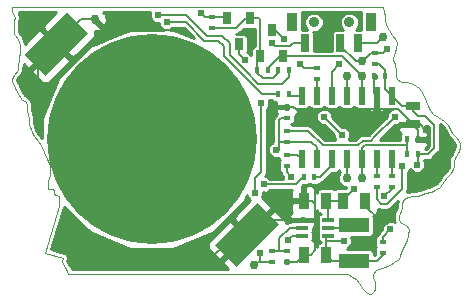
<source format=gbl>
G04 (created by PCBNEW (2013-may-18)-stable) date Mon 02 Nov 2015 08:05:35 PM CST*
%MOIN*%
G04 Gerber Fmt 3.4, Leading zero omitted, Abs format*
%FSLAX34Y34*%
G01*
G70*
G90*
G04 APERTURE LIST*
%ADD10C,0.00590551*%
%ADD11C,0.00393701*%
%ADD12C,0.03*%
%ADD13R,0.0393701X0.015748*%
%ADD14R,0.0275591X0.0590551*%
%ADD15C,0.0354331*%
%ADD16R,0.0354331X0.0590551*%
%ADD17R,0.023622X0.0590551*%
%ADD18C,0.7*%
%ADD19R,0.0315X0.0394*%
%ADD20R,0.1X0.05*%
%ADD21R,0.035X0.055*%
%ADD22R,0.045X0.025*%
%ADD23R,0.0236X0.0157*%
%ADD24R,0.0157X0.0236*%
%ADD25C,0.024*%
%ADD26C,0.008*%
%ADD27C,0.01*%
G04 APERTURE END LIST*
G54D10*
G54D11*
X73040Y-56360D02*
X73040Y-56200D01*
X73120Y-56440D02*
X73040Y-56360D01*
X73140Y-56540D02*
X73120Y-56440D01*
X73120Y-56620D02*
X73140Y-56540D01*
X73100Y-56840D02*
X73120Y-56620D01*
X73100Y-57080D02*
X73100Y-56840D01*
X73160Y-57120D02*
X73100Y-57080D01*
X73260Y-57240D02*
X73160Y-57120D01*
X73300Y-57440D02*
X73260Y-57240D01*
X73320Y-57700D02*
X73300Y-57440D01*
X73280Y-57880D02*
X73320Y-57700D01*
X73260Y-58180D02*
X73280Y-57880D01*
X73240Y-58280D02*
X73260Y-58180D01*
X73100Y-58460D02*
X73240Y-58280D01*
X73040Y-58600D02*
X73100Y-58460D01*
X73040Y-58700D02*
X73040Y-58600D01*
X73100Y-58780D02*
X73040Y-58700D01*
X73160Y-58880D02*
X73100Y-58780D01*
X73300Y-59200D02*
X73160Y-58880D01*
X73380Y-59280D02*
X73300Y-59200D01*
X73480Y-59320D02*
X73380Y-59280D01*
X73540Y-59420D02*
X73480Y-59320D01*
X73560Y-59640D02*
X73540Y-59420D01*
X73620Y-59880D02*
X73560Y-59640D01*
X73620Y-60080D02*
X73620Y-59880D01*
X73700Y-60360D02*
X73620Y-60080D01*
X73780Y-60500D02*
X73700Y-60360D01*
X73900Y-60640D02*
X73780Y-60500D01*
X74000Y-60800D02*
X73900Y-60640D01*
X74220Y-61240D02*
X74000Y-60800D01*
X74300Y-61440D02*
X74220Y-61240D01*
X74300Y-61620D02*
X74300Y-61440D01*
X74300Y-61800D02*
X74300Y-61620D01*
X74260Y-61980D02*
X74300Y-61800D01*
X74240Y-62160D02*
X74260Y-61980D01*
X74260Y-62240D02*
X74240Y-62160D01*
X74420Y-62240D02*
X74260Y-62240D01*
X74460Y-62320D02*
X74420Y-62240D01*
X74460Y-62420D02*
X74460Y-62320D01*
X74500Y-62460D02*
X74460Y-62420D01*
X74600Y-62480D02*
X74500Y-62460D01*
X74620Y-62520D02*
X74600Y-62480D01*
X74620Y-62600D02*
X74620Y-62520D01*
X74620Y-62700D02*
X74620Y-62600D01*
X74620Y-62820D02*
X74620Y-62700D01*
X74140Y-64380D02*
X74620Y-62820D01*
X74740Y-64540D02*
X74140Y-64380D01*
X74720Y-64660D02*
X74740Y-64540D01*
X74740Y-64760D02*
X74720Y-64660D01*
X74820Y-64860D02*
X74740Y-64760D01*
X74880Y-64980D02*
X74820Y-64860D01*
X74900Y-65100D02*
X74880Y-64980D01*
X84240Y-65100D02*
X74900Y-65100D01*
X84380Y-65180D02*
X84240Y-65100D01*
X84500Y-65260D02*
X84380Y-65180D01*
X84600Y-65380D02*
X84500Y-65260D01*
X84740Y-65580D02*
X84600Y-65380D01*
X84860Y-65700D02*
X84740Y-65580D01*
X84940Y-65760D02*
X84860Y-65700D01*
X85020Y-65740D02*
X84940Y-65760D01*
X85100Y-65640D02*
X85020Y-65740D01*
X85160Y-65580D02*
X85100Y-65640D01*
X85160Y-65460D02*
X85160Y-65580D01*
X85140Y-65340D02*
X85160Y-65460D01*
X85080Y-65180D02*
X85140Y-65340D01*
X85080Y-65100D02*
X85080Y-65180D01*
X85180Y-64960D02*
X85080Y-65100D01*
X85380Y-64880D02*
X85180Y-64960D01*
X85640Y-64780D02*
X85380Y-64880D01*
X85780Y-64700D02*
X85640Y-64780D01*
X85940Y-64580D02*
X85780Y-64700D01*
X85980Y-64480D02*
X85940Y-64580D01*
X86020Y-64360D02*
X85980Y-64480D01*
X86100Y-64140D02*
X86020Y-64360D01*
X86200Y-63940D02*
X86100Y-64140D01*
X86260Y-63800D02*
X86200Y-63940D01*
X86280Y-63580D02*
X86260Y-63800D01*
X86180Y-63460D02*
X86280Y-63580D01*
X86020Y-63380D02*
X86180Y-63460D01*
X85940Y-63280D02*
X86020Y-63380D01*
X85940Y-63140D02*
X85940Y-63280D01*
X86060Y-62900D02*
X85940Y-63140D01*
X86060Y-62720D02*
X86060Y-62900D01*
X86120Y-62580D02*
X86060Y-62720D01*
X86260Y-62520D02*
X86120Y-62580D01*
X86420Y-62500D02*
X86260Y-62520D01*
X86540Y-62500D02*
X86420Y-62500D01*
X86680Y-62460D02*
X86540Y-62500D01*
X86820Y-62400D02*
X86680Y-62460D01*
X87000Y-62360D02*
X86820Y-62400D01*
X87160Y-62280D02*
X87000Y-62360D01*
X87320Y-62180D02*
X87160Y-62280D01*
X87440Y-62000D02*
X87320Y-62180D01*
X87540Y-61840D02*
X87440Y-62000D01*
X87680Y-61720D02*
X87540Y-61840D01*
X87760Y-61600D02*
X87680Y-61720D01*
X87780Y-61480D02*
X87760Y-61600D01*
X87780Y-61320D02*
X87780Y-61480D01*
X87820Y-61220D02*
X87780Y-61320D01*
X87940Y-61000D02*
X87820Y-61220D01*
X87980Y-60860D02*
X87940Y-61000D01*
X87980Y-60740D02*
X87980Y-60860D01*
X87940Y-60640D02*
X87980Y-60740D01*
X87840Y-60520D02*
X87940Y-60640D01*
X87720Y-60380D02*
X87840Y-60520D01*
X87660Y-60240D02*
X87720Y-60380D01*
X87580Y-60120D02*
X87660Y-60240D01*
X87440Y-59980D02*
X87580Y-60120D01*
X87260Y-59860D02*
X87440Y-59980D01*
X87080Y-59740D02*
X87260Y-59860D01*
X86980Y-59620D02*
X87080Y-59740D01*
X86920Y-59500D02*
X86980Y-59620D01*
X86840Y-59320D02*
X86920Y-59500D01*
X86740Y-59100D02*
X86840Y-59320D01*
X86600Y-58880D02*
X86740Y-59100D01*
X86420Y-58740D02*
X86600Y-58880D01*
X86200Y-58700D02*
X86420Y-58740D01*
X86020Y-58680D02*
X86200Y-58700D01*
X85880Y-58600D02*
X86020Y-58680D01*
X85840Y-58480D02*
X85880Y-58600D01*
X85840Y-58320D02*
X85840Y-58480D01*
X85800Y-58100D02*
X85840Y-58320D01*
X85740Y-57960D02*
X85800Y-58100D01*
X85740Y-57880D02*
X85740Y-57960D01*
X85800Y-57680D02*
X85740Y-57880D01*
X85860Y-57540D02*
X85800Y-57680D01*
X85880Y-57400D02*
X85860Y-57540D01*
X85840Y-57280D02*
X85880Y-57400D01*
X85700Y-57120D02*
X85840Y-57280D01*
X85600Y-56960D02*
X85700Y-57120D01*
X85520Y-56780D02*
X85600Y-56960D01*
X85480Y-56620D02*
X85520Y-56780D01*
X85480Y-56480D02*
X85480Y-56620D01*
X85450Y-56350D02*
X85480Y-56480D01*
X85400Y-56200D02*
X85450Y-56350D01*
X73050Y-56200D02*
X85400Y-56200D01*
G54D12*
X75800Y-56600D03*
X81100Y-64800D03*
X84200Y-61900D03*
X84700Y-58000D03*
X85400Y-57200D03*
X84700Y-61900D03*
X84200Y-58500D03*
X84700Y-58500D03*
G54D13*
X83583Y-63805D03*
X83583Y-63550D03*
X83583Y-63294D03*
X82716Y-63294D03*
X82716Y-63550D03*
X82716Y-63805D03*
G54D14*
X83995Y-57388D03*
X84585Y-57388D03*
X82814Y-57388D03*
G54D15*
X84290Y-56700D03*
X83109Y-56700D03*
G54D16*
X85018Y-56700D03*
X82381Y-56700D03*
G54D17*
X85700Y-61262D03*
X85200Y-61262D03*
X84700Y-61262D03*
X84200Y-61262D03*
X83700Y-61262D03*
X83200Y-61262D03*
X82700Y-61262D03*
X82700Y-59137D03*
X83200Y-59137D03*
X83700Y-59137D03*
X84200Y-59137D03*
X84700Y-59137D03*
X85200Y-59137D03*
X85700Y-59137D03*
G54D10*
G36*
X75578Y-57064D02*
X74164Y-58478D01*
X73457Y-57771D01*
X74871Y-56357D01*
X75578Y-57064D01*
X75578Y-57064D01*
G37*
G36*
X81942Y-63428D02*
X80528Y-64842D01*
X79821Y-64135D01*
X81235Y-62721D01*
X81942Y-63428D01*
X81942Y-63428D01*
G37*
G54D18*
X77700Y-60600D03*
G54D19*
X80600Y-57433D03*
X80975Y-56567D03*
X80225Y-56567D03*
X81700Y-56967D03*
X81325Y-57833D03*
X82075Y-57833D03*
G54D20*
X84450Y-64650D03*
X84450Y-63450D03*
G54D21*
X83525Y-62650D03*
X82775Y-62650D03*
X84075Y-62650D03*
X84825Y-62650D03*
X83525Y-64450D03*
X82775Y-64450D03*
G54D22*
X86400Y-59500D03*
X86400Y-60100D03*
G54D23*
X82200Y-64677D03*
X82200Y-64323D03*
G54D24*
X82773Y-61850D03*
X83127Y-61850D03*
G54D23*
X85700Y-62177D03*
X85700Y-61823D03*
X82200Y-59877D03*
X82200Y-59523D03*
X81700Y-64323D03*
X81700Y-64677D03*
G54D24*
X82277Y-58300D03*
X81923Y-58300D03*
G54D23*
X82200Y-60677D03*
X82200Y-60323D03*
X85400Y-64023D03*
X85400Y-64377D03*
X85150Y-58077D03*
X85150Y-57723D03*
G54D24*
X86577Y-60600D03*
X86223Y-60600D03*
X86223Y-61100D03*
X86577Y-61100D03*
X85477Y-58500D03*
X85123Y-58500D03*
G54D23*
X82200Y-61477D03*
X82200Y-61123D03*
G54D24*
X81923Y-59100D03*
X82277Y-59100D03*
X81577Y-58300D03*
X81223Y-58300D03*
G54D23*
X85200Y-62177D03*
X85200Y-61823D03*
X79700Y-56523D03*
X79700Y-56877D03*
X83200Y-58223D03*
X83200Y-58577D03*
G54D25*
X82250Y-63950D03*
X84100Y-64000D03*
X81850Y-60950D03*
X85800Y-59850D03*
X86550Y-61450D03*
X82100Y-57250D03*
X79350Y-56400D03*
X83950Y-58100D03*
X80800Y-57950D03*
X77900Y-56450D03*
X81300Y-64400D03*
X84450Y-62250D03*
X78900Y-57800D03*
X81700Y-57400D03*
X85650Y-63600D03*
X85550Y-57600D03*
X83700Y-56675D03*
X85300Y-63300D03*
X78650Y-64275D03*
X78750Y-56975D03*
X81025Y-57050D03*
X83850Y-59700D03*
X83325Y-57575D03*
X84425Y-59950D03*
X86850Y-60275D03*
X87400Y-60975D03*
X86450Y-61925D03*
X79550Y-64700D03*
X73900Y-59000D03*
X83700Y-62050D03*
X83450Y-59850D03*
X84050Y-60450D03*
X85450Y-62500D03*
X86050Y-61500D03*
X81450Y-62100D03*
X82350Y-61850D03*
X78200Y-56700D03*
X81350Y-59400D03*
X81150Y-62400D03*
X82650Y-58100D03*
G54D26*
X85200Y-61262D02*
X85200Y-61823D01*
X85700Y-61262D02*
X85700Y-61823D01*
X83525Y-64000D02*
X84100Y-64000D01*
X82394Y-63805D02*
X82716Y-63805D01*
X82250Y-63950D02*
X82394Y-63805D01*
X83525Y-64450D02*
X83525Y-64000D01*
X83525Y-64000D02*
X83525Y-63863D01*
X83525Y-63863D02*
X83583Y-63805D01*
X84450Y-64650D02*
X83725Y-64650D01*
X83725Y-64650D02*
X83525Y-64450D01*
X85400Y-64377D02*
X85400Y-64450D01*
X85200Y-64650D02*
X84450Y-64650D01*
X85400Y-64450D02*
X85200Y-64650D01*
X81950Y-60650D02*
X81950Y-60950D01*
X81900Y-60950D02*
X81850Y-60950D01*
X81950Y-60900D02*
X81900Y-60950D01*
X81950Y-60950D02*
X81950Y-60900D01*
X82200Y-60677D02*
X83027Y-60677D01*
X83200Y-60850D02*
X83200Y-61262D01*
X83027Y-60677D02*
X83200Y-60850D01*
X82200Y-60677D02*
X81977Y-60677D01*
X82023Y-59877D02*
X82200Y-59877D01*
X81950Y-59950D02*
X82023Y-59877D01*
X81950Y-60650D02*
X81950Y-59950D01*
X81977Y-60677D02*
X81950Y-60650D01*
X84200Y-59137D02*
X84200Y-58500D01*
X81577Y-58300D02*
X81577Y-58223D01*
X81967Y-57833D02*
X82075Y-57833D01*
X81577Y-58223D02*
X81967Y-57833D01*
X82075Y-57833D02*
X84033Y-57833D01*
X84033Y-57833D02*
X84700Y-58500D01*
X84700Y-59137D02*
X84700Y-58500D01*
X81325Y-57833D02*
X81325Y-56625D01*
X81267Y-56567D02*
X80975Y-56567D01*
X81325Y-56625D02*
X81267Y-56567D01*
X79700Y-56877D02*
X79927Y-56877D01*
X79927Y-56877D02*
X79950Y-56900D01*
X79950Y-56900D02*
X80500Y-56900D01*
X80500Y-56900D02*
X80833Y-56567D01*
X80833Y-56567D02*
X80975Y-56567D01*
X81223Y-58300D02*
X81223Y-58373D01*
X81923Y-58377D02*
X81923Y-58300D01*
X81750Y-58550D02*
X81923Y-58377D01*
X81400Y-58550D02*
X81750Y-58550D01*
X81223Y-58373D02*
X81400Y-58550D01*
X81223Y-58300D02*
X81223Y-57935D01*
X81223Y-57935D02*
X81325Y-57833D01*
X86400Y-59500D02*
X86400Y-59650D01*
X86925Y-61100D02*
X86577Y-61100D01*
X87125Y-60900D02*
X86925Y-61100D01*
X87125Y-60125D02*
X87125Y-60900D01*
X86825Y-59825D02*
X87125Y-60125D01*
X86575Y-59825D02*
X86825Y-59825D01*
X86400Y-59650D02*
X86575Y-59825D01*
X85477Y-58500D02*
X85477Y-58914D01*
X85477Y-58914D02*
X85700Y-59137D01*
X85150Y-58077D02*
X85277Y-58077D01*
X85477Y-58277D02*
X85477Y-58500D01*
X85277Y-58077D02*
X85477Y-58277D01*
X84733Y-60639D02*
X84950Y-60639D01*
X84573Y-60800D02*
X84733Y-60639D01*
X83400Y-60800D02*
X84573Y-60800D01*
X82923Y-60323D02*
X83400Y-60800D01*
X82200Y-60323D02*
X82923Y-60323D01*
X85150Y-60500D02*
X85800Y-59850D01*
X85010Y-60639D02*
X84950Y-60639D01*
X85150Y-60500D02*
X85010Y-60639D01*
X86550Y-61450D02*
X86577Y-61423D01*
X86577Y-61423D02*
X86577Y-61100D01*
X86400Y-59500D02*
X86062Y-59500D01*
X86062Y-59500D02*
X85700Y-59137D01*
X83200Y-59137D02*
X83200Y-58577D01*
X82700Y-59137D02*
X82314Y-59137D01*
X82314Y-59137D02*
X82277Y-59100D01*
X84200Y-61900D02*
X84200Y-61262D01*
X81817Y-56967D02*
X81700Y-56967D01*
X82100Y-57250D02*
X81817Y-56967D01*
X83700Y-59137D02*
X83700Y-58350D01*
X79473Y-56523D02*
X79700Y-56523D01*
X79350Y-56400D02*
X79473Y-56523D01*
X83700Y-58350D02*
X83950Y-58100D01*
X79700Y-56523D02*
X80181Y-56523D01*
X80181Y-56523D02*
X80225Y-56567D01*
X80600Y-57750D02*
X80800Y-57950D01*
X80600Y-57433D02*
X80600Y-57750D01*
X77900Y-56450D02*
X78850Y-56450D01*
X78850Y-56450D02*
X79550Y-57150D01*
X80300Y-57800D02*
X80800Y-58300D01*
X80800Y-58300D02*
X81250Y-58750D01*
X82277Y-58523D02*
X82277Y-58300D01*
X82050Y-58750D02*
X82277Y-58523D01*
X81250Y-58750D02*
X82050Y-58750D01*
X80300Y-57400D02*
X80300Y-57800D01*
X80050Y-57150D02*
X80300Y-57400D01*
X79550Y-57150D02*
X80050Y-57150D01*
X81100Y-64800D02*
X81150Y-64800D01*
X81150Y-64800D02*
X81300Y-64650D01*
X84075Y-62650D02*
X84075Y-62625D01*
X81327Y-64677D02*
X81700Y-64677D01*
X81300Y-64650D02*
X81327Y-64677D01*
X81300Y-64400D02*
X81300Y-64650D01*
X84075Y-62625D02*
X84450Y-62250D01*
X83525Y-62650D02*
X84075Y-62650D01*
X83583Y-63294D02*
X83583Y-62708D01*
X83583Y-62708D02*
X83525Y-62650D01*
X82814Y-57388D02*
X82411Y-57388D01*
X77700Y-59000D02*
X77700Y-60600D01*
X78900Y-57800D02*
X77700Y-59000D01*
X81800Y-57500D02*
X81700Y-57400D01*
X82300Y-57500D02*
X81800Y-57500D01*
X82411Y-57388D02*
X82300Y-57500D01*
X84585Y-57388D02*
X85211Y-57388D01*
X85211Y-57388D02*
X85400Y-57200D01*
X85400Y-63850D02*
X85400Y-64023D01*
X85650Y-63600D02*
X85400Y-63850D01*
X85427Y-57723D02*
X85550Y-57600D01*
X85150Y-57723D02*
X85427Y-57723D01*
X84700Y-58000D02*
X84750Y-58000D01*
X85027Y-57723D02*
X85150Y-57723D01*
X84750Y-58000D02*
X85027Y-57723D01*
X83995Y-57388D02*
X83995Y-57495D01*
X84500Y-58000D02*
X84700Y-58000D01*
X83995Y-57495D02*
X84500Y-58000D01*
X82200Y-61123D02*
X82560Y-61123D01*
X82560Y-61123D02*
X82700Y-61262D01*
X83700Y-61262D02*
X83700Y-61450D01*
X83300Y-61850D02*
X83127Y-61850D01*
X83700Y-61450D02*
X83300Y-61850D01*
X84700Y-61900D02*
X84700Y-61262D01*
X84700Y-61262D02*
X84700Y-60900D01*
X84700Y-60900D02*
X84800Y-60800D01*
X84800Y-60800D02*
X86223Y-60800D01*
X86223Y-60800D02*
X86200Y-60800D01*
X86200Y-60800D02*
X86223Y-60800D01*
X86223Y-61100D02*
X86223Y-60800D01*
X86223Y-60800D02*
X86223Y-60600D01*
X83325Y-57575D02*
X83325Y-57050D01*
X83325Y-57050D02*
X83700Y-56675D01*
X84825Y-62650D02*
X84825Y-62825D01*
X84825Y-62825D02*
X85300Y-63300D01*
X79075Y-64700D02*
X78650Y-64275D01*
X79550Y-64700D02*
X79075Y-64700D01*
X78725Y-56950D02*
X78750Y-56975D01*
X78525Y-56950D02*
X78725Y-56950D01*
X75800Y-56600D02*
X76175Y-56975D01*
X78025Y-56950D02*
X78525Y-56950D01*
X78525Y-56950D02*
X78550Y-56950D01*
X78000Y-56925D02*
X78025Y-56950D01*
X76125Y-56925D02*
X78000Y-56925D01*
X76175Y-56975D02*
X76125Y-56925D01*
X84425Y-59950D02*
X84100Y-59950D01*
X84100Y-59950D02*
X83850Y-59700D01*
X83325Y-57575D02*
X83325Y-57550D01*
X82200Y-59523D02*
X82423Y-59523D01*
X82500Y-59600D02*
X84200Y-59600D01*
X82423Y-59523D02*
X82500Y-59600D01*
X86650Y-60100D02*
X86825Y-60275D01*
X86825Y-60275D02*
X86850Y-60275D01*
X86400Y-60100D02*
X86650Y-60100D01*
X86450Y-61925D02*
X87400Y-60975D01*
X74518Y-57418D02*
X74518Y-57481D01*
X80468Y-63781D02*
X80881Y-63781D01*
X79550Y-64700D02*
X80468Y-63781D01*
X73900Y-58100D02*
X73900Y-59000D01*
X74518Y-57481D02*
X73900Y-58100D01*
X75800Y-56600D02*
X75336Y-56600D01*
X75336Y-56600D02*
X74518Y-57418D01*
X85123Y-58500D02*
X85123Y-59060D01*
X85123Y-59060D02*
X85200Y-59137D01*
X84425Y-59950D02*
X84200Y-59600D01*
X85200Y-59600D02*
X85900Y-59600D01*
X85900Y-59600D02*
X86400Y-60100D01*
X85200Y-59600D02*
X85200Y-59137D01*
X84200Y-59600D02*
X85200Y-59600D01*
X83700Y-62000D02*
X83700Y-62050D01*
X83150Y-62300D02*
X83450Y-62000D01*
X83450Y-62000D02*
X83700Y-62000D01*
X83150Y-62750D02*
X83150Y-62300D01*
X82716Y-63294D02*
X81369Y-63294D01*
X81369Y-63294D02*
X80881Y-63781D01*
X82200Y-64677D02*
X82548Y-64677D01*
X82548Y-64677D02*
X82775Y-64450D01*
X83150Y-63350D02*
X83150Y-62750D01*
X83050Y-62650D02*
X82775Y-62650D01*
X83150Y-62750D02*
X83050Y-62650D01*
X82775Y-64450D02*
X83000Y-64450D01*
X83094Y-63294D02*
X82716Y-63294D01*
X83150Y-63350D02*
X83094Y-63294D01*
X83150Y-64300D02*
X83150Y-63350D01*
X83000Y-64450D02*
X83150Y-64300D01*
X86577Y-60600D02*
X86577Y-60277D01*
X86577Y-60277D02*
X86400Y-60100D01*
X83450Y-59850D02*
X84050Y-60450D01*
X85700Y-62250D02*
X85450Y-62500D01*
X85700Y-62250D02*
X85700Y-62177D01*
X85200Y-62177D02*
X85200Y-62600D01*
X86050Y-62250D02*
X86050Y-61500D01*
X85550Y-62750D02*
X86050Y-62250D01*
X85350Y-62750D02*
X85550Y-62750D01*
X85200Y-62600D02*
X85350Y-62750D01*
X82750Y-61850D02*
X82500Y-62100D01*
X82500Y-62100D02*
X81450Y-62100D01*
X82773Y-61850D02*
X82750Y-61850D01*
X82200Y-61477D02*
X82200Y-61700D01*
X82200Y-61700D02*
X82350Y-61850D01*
X78200Y-56700D02*
X78850Y-56700D01*
X78850Y-56700D02*
X79460Y-57310D01*
X79550Y-57310D02*
X79460Y-57310D01*
X81923Y-59100D02*
X81373Y-59100D01*
X79910Y-57310D02*
X79550Y-57310D01*
X80100Y-57500D02*
X79910Y-57310D01*
X80100Y-57826D02*
X80100Y-57500D01*
X81373Y-59100D02*
X80100Y-57826D01*
X83200Y-58223D02*
X82773Y-58223D01*
X81350Y-59400D02*
X81350Y-61300D01*
X81350Y-61300D02*
X81350Y-61700D01*
X81350Y-61700D02*
X81150Y-61900D01*
X81150Y-61900D02*
X81150Y-62400D01*
X82773Y-58223D02*
X82650Y-58100D01*
X83583Y-63550D02*
X84350Y-63550D01*
X84350Y-63550D02*
X84450Y-63450D01*
X81950Y-64323D02*
X81950Y-63900D01*
X82300Y-63550D02*
X82716Y-63550D01*
X81950Y-63900D02*
X82300Y-63550D01*
X81700Y-64323D02*
X81950Y-64323D01*
X81950Y-64323D02*
X82200Y-64323D01*
G54D10*
G36*
X78098Y-56950D02*
X76977Y-56949D01*
X76205Y-57268D01*
X76006Y-57350D01*
X75635Y-57503D01*
X74968Y-58169D01*
X74968Y-58027D01*
X74968Y-57939D01*
X74518Y-57488D01*
X73713Y-58293D01*
X73713Y-58381D01*
X74022Y-58690D01*
X74114Y-58728D01*
X74213Y-58728D01*
X74305Y-58690D01*
X74376Y-58620D01*
X74968Y-58027D01*
X74968Y-58169D01*
X74607Y-58529D01*
X74050Y-59870D01*
X74050Y-60559D01*
X74043Y-60550D01*
X74035Y-60540D01*
X74028Y-60529D01*
X73918Y-60401D01*
X73857Y-60292D01*
X73789Y-60056D01*
X73789Y-59880D01*
X73785Y-59858D01*
X73784Y-59838D01*
X73727Y-59611D01*
X73708Y-59404D01*
X73707Y-59400D01*
X73707Y-59394D01*
X73697Y-59367D01*
X73690Y-59341D01*
X73687Y-59337D01*
X73685Y-59332D01*
X73625Y-59232D01*
X73610Y-59216D01*
X73598Y-59198D01*
X73588Y-59192D01*
X73580Y-59183D01*
X73561Y-59174D01*
X73543Y-59162D01*
X73475Y-59135D01*
X73442Y-59102D01*
X73315Y-58812D01*
X73309Y-58803D01*
X73305Y-58792D01*
X73245Y-58692D01*
X73239Y-58686D01*
X73235Y-58678D01*
X73209Y-58643D01*
X73209Y-58634D01*
X73247Y-58546D01*
X73373Y-58384D01*
X73376Y-58378D01*
X73381Y-58374D01*
X73390Y-58350D01*
X73403Y-58325D01*
X73404Y-58318D01*
X73406Y-58313D01*
X73426Y-58213D01*
X73426Y-58202D01*
X73429Y-58191D01*
X73435Y-58102D01*
X73554Y-58222D01*
X73642Y-58222D01*
X74447Y-57418D01*
X73996Y-56967D01*
X73908Y-56967D01*
X73466Y-57408D01*
X73466Y-57406D01*
X73426Y-57206D01*
X73422Y-57198D01*
X73421Y-57189D01*
X73410Y-57168D01*
X73401Y-57145D01*
X73394Y-57139D01*
X73390Y-57131D01*
X73290Y-57011D01*
X73271Y-56995D01*
X73269Y-56994D01*
X73269Y-56847D01*
X73287Y-56648D01*
X73304Y-56581D01*
X73304Y-56576D01*
X73306Y-56572D01*
X73306Y-56543D01*
X73307Y-56514D01*
X73306Y-56511D01*
X73306Y-56506D01*
X73286Y-56406D01*
X73280Y-56391D01*
X73276Y-56375D01*
X73273Y-56369D01*
X74505Y-56369D01*
X74067Y-56808D01*
X74067Y-56896D01*
X74518Y-57347D01*
X74523Y-57341D01*
X74594Y-57412D01*
X74588Y-57418D01*
X75039Y-57868D01*
X75127Y-57868D01*
X75720Y-57276D01*
X75790Y-57205D01*
X75828Y-57113D01*
X75828Y-57014D01*
X75822Y-56999D01*
X75912Y-56991D01*
X75997Y-56956D01*
X76006Y-56876D01*
X75800Y-56670D01*
X75794Y-56676D01*
X75723Y-56605D01*
X75729Y-56600D01*
X75723Y-56594D01*
X75794Y-56523D01*
X75800Y-56529D01*
X75805Y-56523D01*
X75876Y-56594D01*
X75870Y-56600D01*
X76076Y-56806D01*
X76156Y-56797D01*
X76205Y-56645D01*
X76191Y-56487D01*
X76156Y-56402D01*
X76076Y-56393D01*
X76101Y-56369D01*
X77640Y-56369D01*
X77630Y-56396D01*
X77629Y-56503D01*
X77670Y-56602D01*
X77746Y-56678D01*
X77846Y-56719D01*
X77929Y-56720D01*
X77929Y-56753D01*
X77970Y-56852D01*
X78046Y-56928D01*
X78098Y-56950D01*
X78098Y-56950D01*
G37*
G54D27*
X78098Y-56950D02*
X76977Y-56949D01*
X76205Y-57268D01*
X76006Y-57350D01*
X75635Y-57503D01*
X74968Y-58169D01*
X74968Y-58027D01*
X74968Y-57939D01*
X74518Y-57488D01*
X73713Y-58293D01*
X73713Y-58381D01*
X74022Y-58690D01*
X74114Y-58728D01*
X74213Y-58728D01*
X74305Y-58690D01*
X74376Y-58620D01*
X74968Y-58027D01*
X74968Y-58169D01*
X74607Y-58529D01*
X74050Y-59870D01*
X74050Y-60559D01*
X74043Y-60550D01*
X74035Y-60540D01*
X74028Y-60529D01*
X73918Y-60401D01*
X73857Y-60292D01*
X73789Y-60056D01*
X73789Y-59880D01*
X73785Y-59858D01*
X73784Y-59838D01*
X73727Y-59611D01*
X73708Y-59404D01*
X73707Y-59400D01*
X73707Y-59394D01*
X73697Y-59367D01*
X73690Y-59341D01*
X73687Y-59337D01*
X73685Y-59332D01*
X73625Y-59232D01*
X73610Y-59216D01*
X73598Y-59198D01*
X73588Y-59192D01*
X73580Y-59183D01*
X73561Y-59174D01*
X73543Y-59162D01*
X73475Y-59135D01*
X73442Y-59102D01*
X73315Y-58812D01*
X73309Y-58803D01*
X73305Y-58792D01*
X73245Y-58692D01*
X73239Y-58686D01*
X73235Y-58678D01*
X73209Y-58643D01*
X73209Y-58634D01*
X73247Y-58546D01*
X73373Y-58384D01*
X73376Y-58378D01*
X73381Y-58374D01*
X73390Y-58350D01*
X73403Y-58325D01*
X73404Y-58318D01*
X73406Y-58313D01*
X73426Y-58213D01*
X73426Y-58202D01*
X73429Y-58191D01*
X73435Y-58102D01*
X73554Y-58222D01*
X73642Y-58222D01*
X74447Y-57418D01*
X73996Y-56967D01*
X73908Y-56967D01*
X73466Y-57408D01*
X73466Y-57406D01*
X73426Y-57206D01*
X73422Y-57198D01*
X73421Y-57189D01*
X73410Y-57168D01*
X73401Y-57145D01*
X73394Y-57139D01*
X73390Y-57131D01*
X73290Y-57011D01*
X73271Y-56995D01*
X73269Y-56994D01*
X73269Y-56847D01*
X73287Y-56648D01*
X73304Y-56581D01*
X73304Y-56576D01*
X73306Y-56572D01*
X73306Y-56543D01*
X73307Y-56514D01*
X73306Y-56511D01*
X73306Y-56506D01*
X73286Y-56406D01*
X73280Y-56391D01*
X73276Y-56375D01*
X73273Y-56369D01*
X74505Y-56369D01*
X74067Y-56808D01*
X74067Y-56896D01*
X74518Y-57347D01*
X74523Y-57341D01*
X74594Y-57412D01*
X74588Y-57418D01*
X75039Y-57868D01*
X75127Y-57868D01*
X75720Y-57276D01*
X75790Y-57205D01*
X75828Y-57113D01*
X75828Y-57014D01*
X75822Y-56999D01*
X75912Y-56991D01*
X75997Y-56956D01*
X76006Y-56876D01*
X75800Y-56670D01*
X75794Y-56676D01*
X75723Y-56605D01*
X75729Y-56600D01*
X75723Y-56594D01*
X75794Y-56523D01*
X75800Y-56529D01*
X75805Y-56523D01*
X75876Y-56594D01*
X75870Y-56600D01*
X76076Y-56806D01*
X76156Y-56797D01*
X76205Y-56645D01*
X76191Y-56487D01*
X76156Y-56402D01*
X76076Y-56393D01*
X76101Y-56369D01*
X77640Y-56369D01*
X77630Y-56396D01*
X77629Y-56503D01*
X77670Y-56602D01*
X77746Y-56678D01*
X77846Y-56719D01*
X77929Y-56720D01*
X77929Y-56753D01*
X77970Y-56852D01*
X78046Y-56928D01*
X78098Y-56950D01*
G54D10*
G36*
X79117Y-57236D02*
X78429Y-56950D01*
X78300Y-56950D01*
X78352Y-56929D01*
X78391Y-56890D01*
X78771Y-56890D01*
X79117Y-57236D01*
X79117Y-57236D01*
G37*
G54D27*
X79117Y-57236D02*
X78429Y-56950D01*
X78300Y-56950D01*
X78352Y-56929D01*
X78391Y-56890D01*
X78771Y-56890D01*
X79117Y-57236D01*
G54D10*
G36*
X81135Y-57487D02*
X81082Y-57508D01*
X81040Y-57550D01*
X81017Y-57606D01*
X81017Y-57665D01*
X81017Y-57785D01*
X80953Y-57721D01*
X80892Y-57696D01*
X80907Y-57659D01*
X80907Y-57600D01*
X80907Y-57206D01*
X80884Y-57151D01*
X80842Y-57108D01*
X80787Y-57086D01*
X80727Y-57085D01*
X80520Y-57085D01*
X80572Y-57075D01*
X80634Y-57034D01*
X80764Y-56904D01*
X80787Y-56913D01*
X80847Y-56914D01*
X81135Y-56914D01*
X81135Y-57487D01*
X81135Y-57487D01*
G37*
G54D27*
X81135Y-57487D02*
X81082Y-57508D01*
X81040Y-57550D01*
X81017Y-57606D01*
X81017Y-57665D01*
X81017Y-57785D01*
X80953Y-57721D01*
X80892Y-57696D01*
X80907Y-57659D01*
X80907Y-57600D01*
X80907Y-57206D01*
X80884Y-57151D01*
X80842Y-57108D01*
X80787Y-57086D01*
X80727Y-57085D01*
X80520Y-57085D01*
X80572Y-57075D01*
X80634Y-57034D01*
X80764Y-56904D01*
X80787Y-56913D01*
X80847Y-56914D01*
X81135Y-56914D01*
X81135Y-57487D01*
G54D10*
G36*
X82257Y-59562D02*
X82250Y-59562D01*
X82250Y-59580D01*
X82150Y-59580D01*
X82150Y-59562D01*
X81894Y-59562D01*
X81832Y-59624D01*
X81831Y-59651D01*
X81869Y-59742D01*
X81879Y-59752D01*
X81815Y-59815D01*
X81774Y-59877D01*
X81760Y-59950D01*
X81760Y-60650D01*
X81760Y-60695D01*
X81697Y-60720D01*
X81621Y-60796D01*
X81580Y-60896D01*
X81579Y-61003D01*
X81620Y-61102D01*
X81696Y-61178D01*
X81796Y-61219D01*
X81903Y-61220D01*
X81931Y-61208D01*
X81931Y-61231D01*
X81954Y-61286D01*
X81968Y-61299D01*
X81954Y-61313D01*
X81932Y-61368D01*
X81931Y-61428D01*
X81931Y-61585D01*
X81954Y-61640D01*
X81996Y-61682D01*
X82010Y-61688D01*
X82010Y-61700D01*
X82024Y-61772D01*
X82065Y-61834D01*
X82080Y-61848D01*
X82079Y-61903D01*
X82082Y-61910D01*
X81641Y-61910D01*
X81603Y-61871D01*
X81503Y-61830D01*
X81487Y-61830D01*
X81525Y-61772D01*
X81540Y-61700D01*
X81540Y-61300D01*
X81540Y-59591D01*
X81578Y-59553D01*
X81619Y-59453D01*
X81620Y-59346D01*
X81596Y-59290D01*
X81711Y-59290D01*
X81717Y-59302D01*
X81759Y-59345D01*
X81814Y-59367D01*
X81843Y-59367D01*
X81831Y-59394D01*
X81832Y-59421D01*
X81894Y-59483D01*
X82150Y-59483D01*
X82150Y-59465D01*
X82250Y-59465D01*
X82250Y-59483D01*
X82257Y-59483D01*
X82257Y-59562D01*
X82257Y-59562D01*
G37*
G54D27*
X82257Y-59562D02*
X82250Y-59562D01*
X82250Y-59580D01*
X82150Y-59580D01*
X82150Y-59562D01*
X81894Y-59562D01*
X81832Y-59624D01*
X81831Y-59651D01*
X81869Y-59742D01*
X81879Y-59752D01*
X81815Y-59815D01*
X81774Y-59877D01*
X81760Y-59950D01*
X81760Y-60650D01*
X81760Y-60695D01*
X81697Y-60720D01*
X81621Y-60796D01*
X81580Y-60896D01*
X81579Y-61003D01*
X81620Y-61102D01*
X81696Y-61178D01*
X81796Y-61219D01*
X81903Y-61220D01*
X81931Y-61208D01*
X81931Y-61231D01*
X81954Y-61286D01*
X81968Y-61299D01*
X81954Y-61313D01*
X81932Y-61368D01*
X81931Y-61428D01*
X81931Y-61585D01*
X81954Y-61640D01*
X81996Y-61682D01*
X82010Y-61688D01*
X82010Y-61700D01*
X82024Y-61772D01*
X82065Y-61834D01*
X82080Y-61848D01*
X82079Y-61903D01*
X82082Y-61910D01*
X81641Y-61910D01*
X81603Y-61871D01*
X81503Y-61830D01*
X81487Y-61830D01*
X81525Y-61772D01*
X81540Y-61700D01*
X81540Y-61300D01*
X81540Y-59591D01*
X81578Y-59553D01*
X81619Y-59453D01*
X81620Y-59346D01*
X81596Y-59290D01*
X81711Y-59290D01*
X81717Y-59302D01*
X81759Y-59345D01*
X81814Y-59367D01*
X81843Y-59367D01*
X81831Y-59394D01*
X81832Y-59421D01*
X81894Y-59483D01*
X82150Y-59483D01*
X82150Y-59465D01*
X82250Y-59465D01*
X82250Y-59483D01*
X82257Y-59483D01*
X82257Y-59562D01*
G54D10*
G36*
X82257Y-64716D02*
X82250Y-64716D01*
X82250Y-64734D01*
X82150Y-64734D01*
X82150Y-64716D01*
X82142Y-64716D01*
X82142Y-64637D01*
X82150Y-64637D01*
X82150Y-64619D01*
X82250Y-64619D01*
X82250Y-64637D01*
X82257Y-64637D01*
X82257Y-64716D01*
X82257Y-64716D01*
G37*
G54D27*
X82257Y-64716D02*
X82250Y-64716D01*
X82250Y-64734D01*
X82150Y-64734D01*
X82150Y-64716D01*
X82142Y-64716D01*
X82142Y-64637D01*
X82150Y-64637D01*
X82150Y-64619D01*
X82250Y-64619D01*
X82250Y-64637D01*
X82257Y-64637D01*
X82257Y-64716D01*
G54D10*
G36*
X82832Y-64500D02*
X82825Y-64500D01*
X82825Y-64507D01*
X82725Y-64507D01*
X82725Y-64500D01*
X82717Y-64500D01*
X82717Y-64400D01*
X82725Y-64400D01*
X82725Y-64392D01*
X82825Y-64392D01*
X82825Y-64400D01*
X82832Y-64400D01*
X82832Y-64500D01*
X82832Y-64500D01*
G37*
G54D27*
X82832Y-64500D02*
X82825Y-64500D01*
X82825Y-64507D01*
X82725Y-64507D01*
X82725Y-64500D01*
X82717Y-64500D01*
X82717Y-64400D01*
X82725Y-64400D01*
X82725Y-64392D01*
X82825Y-64392D01*
X82825Y-64400D01*
X82832Y-64400D01*
X82832Y-64500D01*
G54D10*
G36*
X84180Y-62199D02*
X84180Y-62224D01*
X83870Y-62224D01*
X83815Y-62247D01*
X83800Y-62262D01*
X83785Y-62247D01*
X83729Y-62225D01*
X83670Y-62224D01*
X83320Y-62224D01*
X83265Y-62247D01*
X83222Y-62289D01*
X83200Y-62345D01*
X83199Y-62374D01*
X83199Y-62325D01*
X83161Y-62233D01*
X83091Y-62162D01*
X82999Y-62124D01*
X82887Y-62125D01*
X82825Y-62187D01*
X82825Y-62600D01*
X82832Y-62600D01*
X82832Y-62700D01*
X82825Y-62700D01*
X82825Y-62707D01*
X82725Y-62707D01*
X82725Y-62700D01*
X82412Y-62700D01*
X82350Y-62762D01*
X82349Y-62875D01*
X82350Y-62974D01*
X82366Y-63015D01*
X82308Y-63073D01*
X82270Y-63165D01*
X82270Y-63192D01*
X82332Y-63254D01*
X82666Y-63254D01*
X82666Y-63236D01*
X82725Y-63236D01*
X82766Y-63236D01*
X82766Y-63254D01*
X83101Y-63254D01*
X83163Y-63192D01*
X83163Y-63165D01*
X83134Y-63094D01*
X83161Y-63066D01*
X83199Y-62974D01*
X83199Y-62954D01*
X83199Y-62954D01*
X83222Y-63009D01*
X83264Y-63052D01*
X83320Y-63074D01*
X83333Y-63074D01*
X83301Y-63088D01*
X83259Y-63130D01*
X83236Y-63185D01*
X83236Y-63245D01*
X83236Y-63402D01*
X83244Y-63422D01*
X83236Y-63441D01*
X83236Y-63500D01*
X83236Y-63658D01*
X83244Y-63677D01*
X83236Y-63697D01*
X83236Y-63756D01*
X83236Y-63914D01*
X83258Y-63969D01*
X83301Y-64011D01*
X83333Y-64024D01*
X83320Y-64024D01*
X83265Y-64047D01*
X83222Y-64089D01*
X83200Y-64145D01*
X83199Y-64174D01*
X83199Y-64125D01*
X83161Y-64033D01*
X83091Y-63962D01*
X83050Y-63946D01*
X83063Y-63914D01*
X83063Y-63854D01*
X83063Y-63697D01*
X83055Y-63677D01*
X83063Y-63658D01*
X83063Y-63599D01*
X83063Y-63576D01*
X83125Y-63514D01*
X83163Y-63422D01*
X83163Y-63395D01*
X83101Y-63333D01*
X82973Y-63333D01*
X82943Y-63321D01*
X82884Y-63321D01*
X82725Y-63321D01*
X82490Y-63321D01*
X82460Y-63333D01*
X82332Y-63333D01*
X82306Y-63360D01*
X82300Y-63360D01*
X82299Y-63360D01*
X82287Y-63362D01*
X82227Y-63374D01*
X82192Y-63397D01*
X82192Y-63378D01*
X82154Y-63286D01*
X81845Y-62977D01*
X81757Y-62977D01*
X80952Y-63781D01*
X80958Y-63787D01*
X80887Y-63858D01*
X80881Y-63852D01*
X80811Y-63923D01*
X80811Y-63781D01*
X80360Y-63331D01*
X80272Y-63331D01*
X79679Y-63923D01*
X79609Y-63994D01*
X79571Y-64086D01*
X79571Y-64185D01*
X79609Y-64277D01*
X79918Y-64586D01*
X80006Y-64586D01*
X80811Y-63781D01*
X80811Y-63923D01*
X80077Y-64657D01*
X80077Y-64745D01*
X80262Y-64930D01*
X75039Y-64930D01*
X75038Y-64929D01*
X75031Y-64903D01*
X74971Y-64784D01*
X74961Y-64770D01*
X74952Y-64753D01*
X74898Y-64686D01*
X74892Y-64657D01*
X74907Y-64568D01*
X74906Y-64542D01*
X74908Y-64517D01*
X74905Y-64509D01*
X74905Y-64501D01*
X74895Y-64479D01*
X74886Y-64454D01*
X74881Y-64448D01*
X74878Y-64441D01*
X74861Y-64425D01*
X74843Y-64404D01*
X74835Y-64400D01*
X74829Y-64396D01*
X74809Y-64388D01*
X74783Y-64375D01*
X74354Y-64261D01*
X74782Y-62869D01*
X74784Y-62845D01*
X75629Y-63692D01*
X76970Y-64249D01*
X78422Y-64250D01*
X79764Y-63696D01*
X80792Y-62670D01*
X80881Y-62456D01*
X80920Y-62552D01*
X80985Y-62617D01*
X80431Y-63172D01*
X80431Y-63260D01*
X80881Y-63711D01*
X81686Y-62906D01*
X81686Y-62818D01*
X81391Y-62523D01*
X81419Y-62453D01*
X81420Y-62369D01*
X81503Y-62370D01*
X81602Y-62329D01*
X81641Y-62290D01*
X82364Y-62290D01*
X82350Y-62325D01*
X82349Y-62424D01*
X82350Y-62537D01*
X82412Y-62600D01*
X82725Y-62600D01*
X82725Y-62187D01*
X82703Y-62165D01*
X82750Y-62118D01*
X82881Y-62118D01*
X82936Y-62095D01*
X82949Y-62081D01*
X82963Y-62095D01*
X83018Y-62117D01*
X83078Y-62118D01*
X83235Y-62118D01*
X83290Y-62095D01*
X83332Y-62053D01*
X83341Y-62031D01*
X83372Y-62025D01*
X83434Y-61984D01*
X83710Y-61708D01*
X83847Y-61708D01*
X83902Y-61685D01*
X83945Y-61643D01*
X83949Y-61631D01*
X83954Y-61643D01*
X83993Y-61682D01*
X83945Y-61729D01*
X83900Y-61840D01*
X83899Y-61959D01*
X83945Y-62069D01*
X84029Y-62154D01*
X84140Y-62199D01*
X84180Y-62199D01*
X84180Y-62199D01*
G37*
G54D27*
X84180Y-62199D02*
X84180Y-62224D01*
X83870Y-62224D01*
X83815Y-62247D01*
X83800Y-62262D01*
X83785Y-62247D01*
X83729Y-62225D01*
X83670Y-62224D01*
X83320Y-62224D01*
X83265Y-62247D01*
X83222Y-62289D01*
X83200Y-62345D01*
X83199Y-62374D01*
X83199Y-62325D01*
X83161Y-62233D01*
X83091Y-62162D01*
X82999Y-62124D01*
X82887Y-62125D01*
X82825Y-62187D01*
X82825Y-62600D01*
X82832Y-62600D01*
X82832Y-62700D01*
X82825Y-62700D01*
X82825Y-62707D01*
X82725Y-62707D01*
X82725Y-62700D01*
X82412Y-62700D01*
X82350Y-62762D01*
X82349Y-62875D01*
X82350Y-62974D01*
X82366Y-63015D01*
X82308Y-63073D01*
X82270Y-63165D01*
X82270Y-63192D01*
X82332Y-63254D01*
X82666Y-63254D01*
X82666Y-63236D01*
X82725Y-63236D01*
X82766Y-63236D01*
X82766Y-63254D01*
X83101Y-63254D01*
X83163Y-63192D01*
X83163Y-63165D01*
X83134Y-63094D01*
X83161Y-63066D01*
X83199Y-62974D01*
X83199Y-62954D01*
X83199Y-62954D01*
X83222Y-63009D01*
X83264Y-63052D01*
X83320Y-63074D01*
X83333Y-63074D01*
X83301Y-63088D01*
X83259Y-63130D01*
X83236Y-63185D01*
X83236Y-63245D01*
X83236Y-63402D01*
X83244Y-63422D01*
X83236Y-63441D01*
X83236Y-63500D01*
X83236Y-63658D01*
X83244Y-63677D01*
X83236Y-63697D01*
X83236Y-63756D01*
X83236Y-63914D01*
X83258Y-63969D01*
X83301Y-64011D01*
X83333Y-64024D01*
X83320Y-64024D01*
X83265Y-64047D01*
X83222Y-64089D01*
X83200Y-64145D01*
X83199Y-64174D01*
X83199Y-64125D01*
X83161Y-64033D01*
X83091Y-63962D01*
X83050Y-63946D01*
X83063Y-63914D01*
X83063Y-63854D01*
X83063Y-63697D01*
X83055Y-63677D01*
X83063Y-63658D01*
X83063Y-63599D01*
X83063Y-63576D01*
X83125Y-63514D01*
X83163Y-63422D01*
X83163Y-63395D01*
X83101Y-63333D01*
X82973Y-63333D01*
X82943Y-63321D01*
X82884Y-63321D01*
X82725Y-63321D01*
X82490Y-63321D01*
X82460Y-63333D01*
X82332Y-63333D01*
X82306Y-63360D01*
X82300Y-63360D01*
X82299Y-63360D01*
X82287Y-63362D01*
X82227Y-63374D01*
X82192Y-63397D01*
X82192Y-63378D01*
X82154Y-63286D01*
X81845Y-62977D01*
X81757Y-62977D01*
X80952Y-63781D01*
X80958Y-63787D01*
X80887Y-63858D01*
X80881Y-63852D01*
X80811Y-63923D01*
X80811Y-63781D01*
X80360Y-63331D01*
X80272Y-63331D01*
X79679Y-63923D01*
X79609Y-63994D01*
X79571Y-64086D01*
X79571Y-64185D01*
X79609Y-64277D01*
X79918Y-64586D01*
X80006Y-64586D01*
X80811Y-63781D01*
X80811Y-63923D01*
X80077Y-64657D01*
X80077Y-64745D01*
X80262Y-64930D01*
X75039Y-64930D01*
X75038Y-64929D01*
X75031Y-64903D01*
X74971Y-64784D01*
X74961Y-64770D01*
X74952Y-64753D01*
X74898Y-64686D01*
X74892Y-64657D01*
X74907Y-64568D01*
X74906Y-64542D01*
X74908Y-64517D01*
X74905Y-64509D01*
X74905Y-64501D01*
X74895Y-64479D01*
X74886Y-64454D01*
X74881Y-64448D01*
X74878Y-64441D01*
X74861Y-64425D01*
X74843Y-64404D01*
X74835Y-64400D01*
X74829Y-64396D01*
X74809Y-64388D01*
X74783Y-64375D01*
X74354Y-64261D01*
X74782Y-62869D01*
X74784Y-62845D01*
X75629Y-63692D01*
X76970Y-64249D01*
X78422Y-64250D01*
X79764Y-63696D01*
X80792Y-62670D01*
X80881Y-62456D01*
X80920Y-62552D01*
X80985Y-62617D01*
X80431Y-63172D01*
X80431Y-63260D01*
X80881Y-63711D01*
X81686Y-62906D01*
X81686Y-62818D01*
X81391Y-62523D01*
X81419Y-62453D01*
X81420Y-62369D01*
X81503Y-62370D01*
X81602Y-62329D01*
X81641Y-62290D01*
X82364Y-62290D01*
X82350Y-62325D01*
X82349Y-62424D01*
X82350Y-62537D01*
X82412Y-62600D01*
X82725Y-62600D01*
X82725Y-62187D01*
X82703Y-62165D01*
X82750Y-62118D01*
X82881Y-62118D01*
X82936Y-62095D01*
X82949Y-62081D01*
X82963Y-62095D01*
X83018Y-62117D01*
X83078Y-62118D01*
X83235Y-62118D01*
X83290Y-62095D01*
X83332Y-62053D01*
X83341Y-62031D01*
X83372Y-62025D01*
X83434Y-61984D01*
X83710Y-61708D01*
X83847Y-61708D01*
X83902Y-61685D01*
X83945Y-61643D01*
X83949Y-61631D01*
X83954Y-61643D01*
X83993Y-61682D01*
X83945Y-61729D01*
X83900Y-61840D01*
X83899Y-61959D01*
X83945Y-62069D01*
X84029Y-62154D01*
X84140Y-62199D01*
X84180Y-62199D01*
G54D10*
G36*
X84693Y-56369D02*
X84691Y-56374D01*
X84691Y-56434D01*
X84691Y-56943D01*
X84509Y-56943D01*
X84567Y-56885D01*
X84617Y-56765D01*
X84617Y-56635D01*
X84568Y-56514D01*
X84476Y-56422D01*
X84355Y-56372D01*
X84225Y-56372D01*
X84105Y-56422D01*
X84013Y-56514D01*
X83963Y-56634D01*
X83963Y-56764D01*
X84013Y-56885D01*
X84071Y-56943D01*
X83827Y-56943D01*
X83772Y-56966D01*
X83730Y-57008D01*
X83707Y-57063D01*
X83707Y-57123D01*
X83707Y-57643D01*
X83101Y-57643D01*
X83101Y-57063D01*
X83086Y-57027D01*
X83174Y-57027D01*
X83294Y-56977D01*
X83386Y-56885D01*
X83436Y-56765D01*
X83436Y-56635D01*
X83386Y-56514D01*
X83295Y-56422D01*
X83174Y-56372D01*
X83044Y-56372D01*
X82924Y-56422D01*
X82832Y-56514D01*
X82782Y-56634D01*
X82782Y-56764D01*
X82831Y-56885D01*
X82890Y-56943D01*
X82708Y-56943D01*
X82708Y-56375D01*
X82706Y-56369D01*
X84693Y-56369D01*
X84693Y-56369D01*
G37*
G54D27*
X84693Y-56369D02*
X84691Y-56374D01*
X84691Y-56434D01*
X84691Y-56943D01*
X84509Y-56943D01*
X84567Y-56885D01*
X84617Y-56765D01*
X84617Y-56635D01*
X84568Y-56514D01*
X84476Y-56422D01*
X84355Y-56372D01*
X84225Y-56372D01*
X84105Y-56422D01*
X84013Y-56514D01*
X83963Y-56634D01*
X83963Y-56764D01*
X84013Y-56885D01*
X84071Y-56943D01*
X83827Y-56943D01*
X83772Y-56966D01*
X83730Y-57008D01*
X83707Y-57063D01*
X83707Y-57123D01*
X83707Y-57643D01*
X83101Y-57643D01*
X83101Y-57063D01*
X83086Y-57027D01*
X83174Y-57027D01*
X83294Y-56977D01*
X83386Y-56885D01*
X83436Y-56765D01*
X83436Y-56635D01*
X83386Y-56514D01*
X83295Y-56422D01*
X83174Y-56372D01*
X83044Y-56372D01*
X82924Y-56422D01*
X82832Y-56514D01*
X82782Y-56634D01*
X82782Y-56764D01*
X82831Y-56885D01*
X82890Y-56943D01*
X82708Y-56943D01*
X82708Y-56375D01*
X82706Y-56369D01*
X84693Y-56369D01*
G54D10*
G36*
X84882Y-62700D02*
X84875Y-62700D01*
X84875Y-62707D01*
X84775Y-62707D01*
X84775Y-62700D01*
X84767Y-62700D01*
X84767Y-62600D01*
X84775Y-62600D01*
X84775Y-62592D01*
X84875Y-62592D01*
X84875Y-62600D01*
X84882Y-62600D01*
X84882Y-62700D01*
X84882Y-62700D01*
G37*
G54D27*
X84882Y-62700D02*
X84875Y-62700D01*
X84875Y-62707D01*
X84775Y-62707D01*
X84775Y-62700D01*
X84767Y-62700D01*
X84767Y-62600D01*
X84775Y-62600D01*
X84775Y-62592D01*
X84875Y-62592D01*
X84875Y-62600D01*
X84882Y-62600D01*
X84882Y-62700D01*
G54D10*
G36*
X85180Y-58550D02*
X85162Y-58550D01*
X85162Y-58557D01*
X85083Y-58557D01*
X85083Y-58550D01*
X85065Y-58550D01*
X85065Y-58450D01*
X85083Y-58450D01*
X85083Y-58442D01*
X85162Y-58442D01*
X85162Y-58450D01*
X85180Y-58450D01*
X85180Y-58550D01*
X85180Y-58550D01*
G37*
G54D27*
X85180Y-58550D02*
X85162Y-58550D01*
X85162Y-58557D01*
X85083Y-58557D01*
X85083Y-58550D01*
X85065Y-58550D01*
X85065Y-58450D01*
X85083Y-58450D01*
X85083Y-58442D01*
X85162Y-58442D01*
X85162Y-58450D01*
X85180Y-58450D01*
X85180Y-58550D01*
G54D10*
G36*
X85740Y-59582D02*
X85647Y-59620D01*
X85571Y-59696D01*
X85530Y-59796D01*
X85529Y-59851D01*
X85015Y-60365D01*
X85015Y-60365D01*
X84931Y-60449D01*
X84733Y-60449D01*
X84661Y-60464D01*
X84599Y-60505D01*
X84495Y-60610D01*
X84271Y-60610D01*
X84278Y-60603D01*
X84319Y-60503D01*
X84320Y-60396D01*
X84279Y-60297D01*
X84203Y-60221D01*
X84103Y-60180D01*
X84048Y-60179D01*
X83719Y-59851D01*
X83720Y-59796D01*
X83679Y-59697D01*
X83603Y-59621D01*
X83503Y-59580D01*
X83396Y-59579D01*
X83297Y-59620D01*
X83221Y-59696D01*
X83180Y-59796D01*
X83179Y-59903D01*
X83220Y-60002D01*
X83296Y-60078D01*
X83396Y-60119D01*
X83451Y-60120D01*
X83780Y-60448D01*
X83779Y-60503D01*
X83820Y-60602D01*
X83828Y-60610D01*
X83478Y-60610D01*
X83057Y-60188D01*
X82995Y-60147D01*
X82923Y-60133D01*
X82418Y-60133D01*
X82403Y-60117D01*
X82361Y-60099D01*
X82402Y-60082D01*
X82445Y-60040D01*
X82467Y-59985D01*
X82468Y-59925D01*
X82468Y-59805D01*
X82530Y-59742D01*
X82568Y-59651D01*
X82568Y-59624D01*
X82516Y-59573D01*
X82529Y-59573D01*
X82551Y-59582D01*
X82611Y-59582D01*
X82847Y-59582D01*
X82902Y-59559D01*
X82945Y-59517D01*
X82949Y-59505D01*
X82954Y-59517D01*
X82996Y-59559D01*
X83051Y-59582D01*
X83111Y-59582D01*
X83347Y-59582D01*
X83402Y-59559D01*
X83445Y-59517D01*
X83449Y-59505D01*
X83454Y-59517D01*
X83496Y-59559D01*
X83551Y-59582D01*
X83611Y-59582D01*
X83847Y-59582D01*
X83902Y-59559D01*
X83945Y-59517D01*
X83949Y-59505D01*
X83954Y-59517D01*
X83996Y-59559D01*
X84051Y-59582D01*
X84111Y-59582D01*
X84347Y-59582D01*
X84402Y-59559D01*
X84445Y-59517D01*
X84449Y-59505D01*
X84454Y-59517D01*
X84496Y-59559D01*
X84551Y-59582D01*
X84611Y-59582D01*
X84847Y-59582D01*
X84869Y-59573D01*
X84870Y-59574D01*
X84940Y-59644D01*
X85032Y-59682D01*
X85087Y-59682D01*
X85150Y-59619D01*
X85150Y-59187D01*
X85142Y-59187D01*
X85142Y-59087D01*
X85150Y-59087D01*
X85150Y-59079D01*
X85250Y-59079D01*
X85250Y-59087D01*
X85257Y-59087D01*
X85257Y-59187D01*
X85250Y-59187D01*
X85250Y-59619D01*
X85312Y-59682D01*
X85367Y-59682D01*
X85459Y-59644D01*
X85529Y-59574D01*
X85530Y-59573D01*
X85551Y-59582D01*
X85611Y-59582D01*
X85740Y-59582D01*
X85740Y-59582D01*
G37*
G54D27*
X85740Y-59582D02*
X85647Y-59620D01*
X85571Y-59696D01*
X85530Y-59796D01*
X85529Y-59851D01*
X85015Y-60365D01*
X85015Y-60365D01*
X84931Y-60449D01*
X84733Y-60449D01*
X84661Y-60464D01*
X84599Y-60505D01*
X84495Y-60610D01*
X84271Y-60610D01*
X84278Y-60603D01*
X84319Y-60503D01*
X84320Y-60396D01*
X84279Y-60297D01*
X84203Y-60221D01*
X84103Y-60180D01*
X84048Y-60179D01*
X83719Y-59851D01*
X83720Y-59796D01*
X83679Y-59697D01*
X83603Y-59621D01*
X83503Y-59580D01*
X83396Y-59579D01*
X83297Y-59620D01*
X83221Y-59696D01*
X83180Y-59796D01*
X83179Y-59903D01*
X83220Y-60002D01*
X83296Y-60078D01*
X83396Y-60119D01*
X83451Y-60120D01*
X83780Y-60448D01*
X83779Y-60503D01*
X83820Y-60602D01*
X83828Y-60610D01*
X83478Y-60610D01*
X83057Y-60188D01*
X82995Y-60147D01*
X82923Y-60133D01*
X82418Y-60133D01*
X82403Y-60117D01*
X82361Y-60099D01*
X82402Y-60082D01*
X82445Y-60040D01*
X82467Y-59985D01*
X82468Y-59925D01*
X82468Y-59805D01*
X82530Y-59742D01*
X82568Y-59651D01*
X82568Y-59624D01*
X82516Y-59573D01*
X82529Y-59573D01*
X82551Y-59582D01*
X82611Y-59582D01*
X82847Y-59582D01*
X82902Y-59559D01*
X82945Y-59517D01*
X82949Y-59505D01*
X82954Y-59517D01*
X82996Y-59559D01*
X83051Y-59582D01*
X83111Y-59582D01*
X83347Y-59582D01*
X83402Y-59559D01*
X83445Y-59517D01*
X83449Y-59505D01*
X83454Y-59517D01*
X83496Y-59559D01*
X83551Y-59582D01*
X83611Y-59582D01*
X83847Y-59582D01*
X83902Y-59559D01*
X83945Y-59517D01*
X83949Y-59505D01*
X83954Y-59517D01*
X83996Y-59559D01*
X84051Y-59582D01*
X84111Y-59582D01*
X84347Y-59582D01*
X84402Y-59559D01*
X84445Y-59517D01*
X84449Y-59505D01*
X84454Y-59517D01*
X84496Y-59559D01*
X84551Y-59582D01*
X84611Y-59582D01*
X84847Y-59582D01*
X84869Y-59573D01*
X84870Y-59574D01*
X84940Y-59644D01*
X85032Y-59682D01*
X85087Y-59682D01*
X85150Y-59619D01*
X85150Y-59187D01*
X85142Y-59187D01*
X85142Y-59087D01*
X85150Y-59087D01*
X85150Y-59079D01*
X85250Y-59079D01*
X85250Y-59087D01*
X85257Y-59087D01*
X85257Y-59187D01*
X85250Y-59187D01*
X85250Y-59619D01*
X85312Y-59682D01*
X85367Y-59682D01*
X85459Y-59644D01*
X85529Y-59574D01*
X85530Y-59573D01*
X85551Y-59582D01*
X85611Y-59582D01*
X85740Y-59582D01*
G54D10*
G36*
X85900Y-62668D02*
X85896Y-62686D01*
X85890Y-62717D01*
X85890Y-62718D01*
X85890Y-62720D01*
X85890Y-62860D01*
X85788Y-63064D01*
X85786Y-63069D01*
X85783Y-63075D01*
X85777Y-63101D01*
X85770Y-63127D01*
X85771Y-63133D01*
X85770Y-63140D01*
X85770Y-63280D01*
X85774Y-63303D01*
X85777Y-63327D01*
X85781Y-63335D01*
X85783Y-63344D01*
X85796Y-63364D01*
X85798Y-63369D01*
X85703Y-63330D01*
X85596Y-63329D01*
X85497Y-63370D01*
X85421Y-63446D01*
X85380Y-63546D01*
X85379Y-63601D01*
X85265Y-63715D01*
X85224Y-63777D01*
X85218Y-63808D01*
X85197Y-63817D01*
X85154Y-63859D01*
X85132Y-63914D01*
X85131Y-63974D01*
X85131Y-64131D01*
X85154Y-64186D01*
X85168Y-64199D01*
X85154Y-64213D01*
X85132Y-64268D01*
X85131Y-64328D01*
X85131Y-64449D01*
X85121Y-64460D01*
X85100Y-64460D01*
X85100Y-64370D01*
X85077Y-64315D01*
X85035Y-64272D01*
X84979Y-64250D01*
X84920Y-64249D01*
X84202Y-64249D01*
X84252Y-64229D01*
X84328Y-64153D01*
X84369Y-64053D01*
X84370Y-63946D01*
X84330Y-63850D01*
X84979Y-63850D01*
X85034Y-63827D01*
X85077Y-63785D01*
X85099Y-63729D01*
X85100Y-63670D01*
X85100Y-63170D01*
X85094Y-63156D01*
X85141Y-63137D01*
X85211Y-63066D01*
X85249Y-62974D01*
X85250Y-62907D01*
X85277Y-62925D01*
X85350Y-62940D01*
X85550Y-62940D01*
X85622Y-62925D01*
X85684Y-62884D01*
X85900Y-62668D01*
X85900Y-62668D01*
G37*
G54D27*
X85900Y-62668D02*
X85896Y-62686D01*
X85890Y-62717D01*
X85890Y-62718D01*
X85890Y-62720D01*
X85890Y-62860D01*
X85788Y-63064D01*
X85786Y-63069D01*
X85783Y-63075D01*
X85777Y-63101D01*
X85770Y-63127D01*
X85771Y-63133D01*
X85770Y-63140D01*
X85770Y-63280D01*
X85774Y-63303D01*
X85777Y-63327D01*
X85781Y-63335D01*
X85783Y-63344D01*
X85796Y-63364D01*
X85798Y-63369D01*
X85703Y-63330D01*
X85596Y-63329D01*
X85497Y-63370D01*
X85421Y-63446D01*
X85380Y-63546D01*
X85379Y-63601D01*
X85265Y-63715D01*
X85224Y-63777D01*
X85218Y-63808D01*
X85197Y-63817D01*
X85154Y-63859D01*
X85132Y-63914D01*
X85131Y-63974D01*
X85131Y-64131D01*
X85154Y-64186D01*
X85168Y-64199D01*
X85154Y-64213D01*
X85132Y-64268D01*
X85131Y-64328D01*
X85131Y-64449D01*
X85121Y-64460D01*
X85100Y-64460D01*
X85100Y-64370D01*
X85077Y-64315D01*
X85035Y-64272D01*
X84979Y-64250D01*
X84920Y-64249D01*
X84202Y-64249D01*
X84252Y-64229D01*
X84328Y-64153D01*
X84369Y-64053D01*
X84370Y-63946D01*
X84330Y-63850D01*
X84979Y-63850D01*
X85034Y-63827D01*
X85077Y-63785D01*
X85099Y-63729D01*
X85100Y-63670D01*
X85100Y-63170D01*
X85094Y-63156D01*
X85141Y-63137D01*
X85211Y-63066D01*
X85249Y-62974D01*
X85250Y-62907D01*
X85277Y-62925D01*
X85350Y-62940D01*
X85550Y-62940D01*
X85622Y-62925D01*
X85684Y-62884D01*
X85900Y-62668D01*
G54D10*
G36*
X86457Y-60150D02*
X86450Y-60150D01*
X86450Y-60157D01*
X86350Y-60157D01*
X86350Y-60150D01*
X85987Y-60150D01*
X85925Y-60212D01*
X85924Y-60274D01*
X85962Y-60366D01*
X86010Y-60413D01*
X85994Y-60452D01*
X85994Y-60511D01*
X85994Y-60610D01*
X85308Y-60610D01*
X85798Y-60119D01*
X85853Y-60120D01*
X85952Y-60079D01*
X85984Y-60047D01*
X85987Y-60050D01*
X86350Y-60050D01*
X86350Y-60042D01*
X86450Y-60042D01*
X86450Y-60050D01*
X86457Y-60050D01*
X86457Y-60150D01*
X86457Y-60150D01*
G37*
G54D27*
X86457Y-60150D02*
X86450Y-60150D01*
X86450Y-60157D01*
X86350Y-60157D01*
X86350Y-60150D01*
X85987Y-60150D01*
X85925Y-60212D01*
X85924Y-60274D01*
X85962Y-60366D01*
X86010Y-60413D01*
X85994Y-60452D01*
X85994Y-60511D01*
X85994Y-60610D01*
X85308Y-60610D01*
X85798Y-60119D01*
X85853Y-60120D01*
X85952Y-60079D01*
X85984Y-60047D01*
X85987Y-60050D01*
X86350Y-60050D01*
X86350Y-60042D01*
X86450Y-60042D01*
X86450Y-60050D01*
X86457Y-60050D01*
X86457Y-60150D01*
G54D10*
G36*
X86935Y-60821D02*
X86846Y-60910D01*
X86817Y-60910D01*
X86867Y-60859D01*
X86905Y-60767D01*
X86905Y-60668D01*
X86905Y-60712D01*
X86843Y-60650D01*
X86616Y-60650D01*
X86616Y-60657D01*
X86537Y-60657D01*
X86537Y-60650D01*
X86519Y-60650D01*
X86519Y-60550D01*
X86537Y-60550D01*
X86537Y-60542D01*
X86616Y-60542D01*
X86616Y-60550D01*
X86843Y-60550D01*
X86905Y-60487D01*
X86905Y-60531D01*
X86905Y-60432D01*
X86867Y-60340D01*
X86853Y-60326D01*
X86875Y-60274D01*
X86875Y-60212D01*
X86812Y-60150D01*
X86875Y-60150D01*
X86875Y-60143D01*
X86935Y-60203D01*
X86935Y-60821D01*
X86935Y-60821D01*
G37*
G54D27*
X86935Y-60821D02*
X86846Y-60910D01*
X86817Y-60910D01*
X86867Y-60859D01*
X86905Y-60767D01*
X86905Y-60668D01*
X86905Y-60712D01*
X86843Y-60650D01*
X86616Y-60650D01*
X86616Y-60657D01*
X86537Y-60657D01*
X86537Y-60650D01*
X86519Y-60650D01*
X86519Y-60550D01*
X86537Y-60550D01*
X86537Y-60542D01*
X86616Y-60542D01*
X86616Y-60550D01*
X86843Y-60550D01*
X86905Y-60487D01*
X86905Y-60531D01*
X86905Y-60432D01*
X86867Y-60340D01*
X86853Y-60326D01*
X86875Y-60274D01*
X86875Y-60212D01*
X86812Y-60150D01*
X86875Y-60150D01*
X86875Y-60143D01*
X86935Y-60203D01*
X86935Y-60821D01*
G54D10*
G36*
X87810Y-60835D02*
X87782Y-60935D01*
X87671Y-61138D01*
X87667Y-61148D01*
X87662Y-61156D01*
X87622Y-61256D01*
X87616Y-61288D01*
X87610Y-61320D01*
X87610Y-61466D01*
X87598Y-61536D01*
X87551Y-61606D01*
X87429Y-61711D01*
X87413Y-61731D01*
X87396Y-61750D01*
X87296Y-61909D01*
X87199Y-62055D01*
X87077Y-62131D01*
X86942Y-62199D01*
X86783Y-62234D01*
X86768Y-62240D01*
X86753Y-62244D01*
X86622Y-62300D01*
X86516Y-62330D01*
X86420Y-62330D01*
X86409Y-62332D01*
X86399Y-62331D01*
X86239Y-62351D01*
X86216Y-62359D01*
X86198Y-62362D01*
X86225Y-62322D01*
X86240Y-62250D01*
X86240Y-61691D01*
X86278Y-61653D01*
X86310Y-61577D01*
X86320Y-61602D01*
X86396Y-61678D01*
X86496Y-61719D01*
X86603Y-61720D01*
X86702Y-61679D01*
X86778Y-61603D01*
X86819Y-61503D01*
X86820Y-61396D01*
X86781Y-61303D01*
X86782Y-61303D01*
X86788Y-61290D01*
X86925Y-61290D01*
X86997Y-61275D01*
X87059Y-61234D01*
X87259Y-61034D01*
X87259Y-61034D01*
X87259Y-61034D01*
X87300Y-60972D01*
X87315Y-60900D01*
X87315Y-60125D01*
X87314Y-60124D01*
X87315Y-60124D01*
X87309Y-60096D01*
X87332Y-60111D01*
X87448Y-60228D01*
X87510Y-60321D01*
X87564Y-60446D01*
X87578Y-60467D01*
X87591Y-60490D01*
X87710Y-60629D01*
X87792Y-60728D01*
X87810Y-60772D01*
X87810Y-60835D01*
X87810Y-60835D01*
G37*
G54D27*
X87810Y-60835D02*
X87782Y-60935D01*
X87671Y-61138D01*
X87667Y-61148D01*
X87662Y-61156D01*
X87622Y-61256D01*
X87616Y-61288D01*
X87610Y-61320D01*
X87610Y-61466D01*
X87598Y-61536D01*
X87551Y-61606D01*
X87429Y-61711D01*
X87413Y-61731D01*
X87396Y-61750D01*
X87296Y-61909D01*
X87199Y-62055D01*
X87077Y-62131D01*
X86942Y-62199D01*
X86783Y-62234D01*
X86768Y-62240D01*
X86753Y-62244D01*
X86622Y-62300D01*
X86516Y-62330D01*
X86420Y-62330D01*
X86409Y-62332D01*
X86399Y-62331D01*
X86239Y-62351D01*
X86216Y-62359D01*
X86198Y-62362D01*
X86225Y-62322D01*
X86240Y-62250D01*
X86240Y-61691D01*
X86278Y-61653D01*
X86310Y-61577D01*
X86320Y-61602D01*
X86396Y-61678D01*
X86496Y-61719D01*
X86603Y-61720D01*
X86702Y-61679D01*
X86778Y-61603D01*
X86819Y-61503D01*
X86820Y-61396D01*
X86781Y-61303D01*
X86782Y-61303D01*
X86788Y-61290D01*
X86925Y-61290D01*
X86997Y-61275D01*
X87059Y-61234D01*
X87259Y-61034D01*
X87259Y-61034D01*
X87259Y-61034D01*
X87300Y-60972D01*
X87315Y-60900D01*
X87315Y-60125D01*
X87314Y-60124D01*
X87315Y-60124D01*
X87309Y-60096D01*
X87332Y-60111D01*
X87448Y-60228D01*
X87510Y-60321D01*
X87564Y-60446D01*
X87578Y-60467D01*
X87591Y-60490D01*
X87710Y-60629D01*
X87792Y-60728D01*
X87810Y-60772D01*
X87810Y-60835D01*
M02*

</source>
